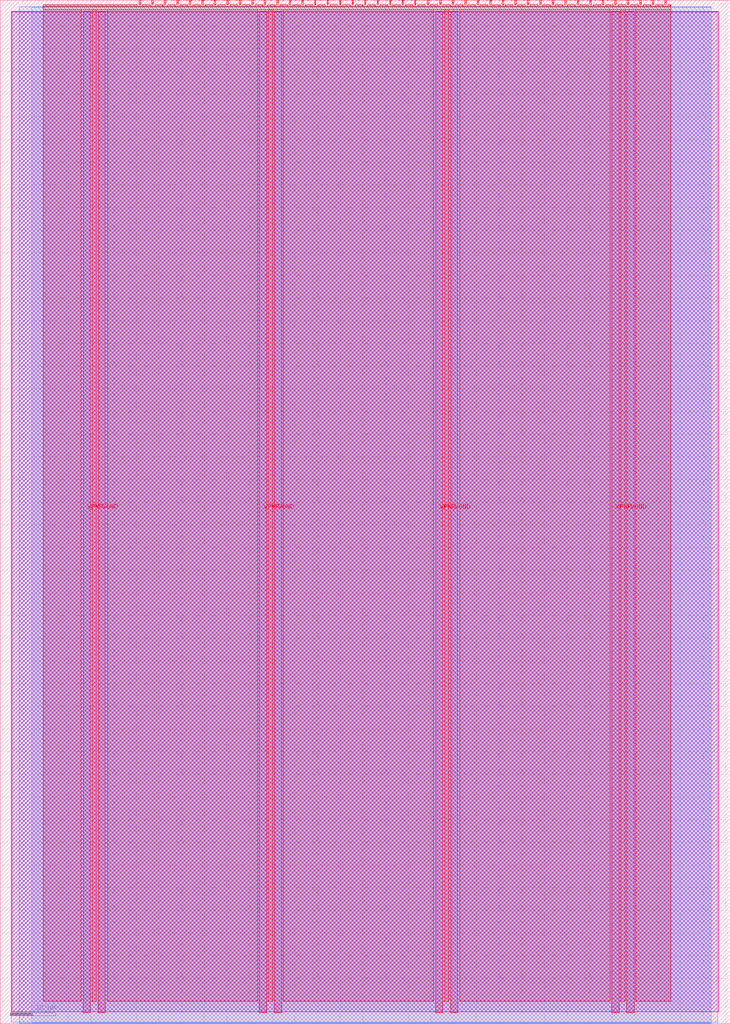
<source format=lef>
VERSION 5.7 ;
  NOWIREEXTENSIONATPIN ON ;
  DIVIDERCHAR "/" ;
  BUSBITCHARS "[]" ;
MACRO tt_um_underserved
  CLASS BLOCK ;
  FOREIGN tt_um_underserved ;
  ORIGIN 0.000 0.000 ;
  SIZE 161.000 BY 225.760 ;
  PIN VGND
    DIRECTION INOUT ;
    USE GROUND ;
    PORT
      LAYER met4 ;
        RECT 21.580 2.480 23.180 223.280 ;
    END
    PORT
      LAYER met4 ;
        RECT 60.450 2.480 62.050 223.280 ;
    END
    PORT
      LAYER met4 ;
        RECT 99.320 2.480 100.920 223.280 ;
    END
    PORT
      LAYER met4 ;
        RECT 138.190 2.480 139.790 223.280 ;
    END
  END VGND
  PIN VPWR
    DIRECTION INOUT ;
    USE POWER ;
    PORT
      LAYER met4 ;
        RECT 18.280 2.480 19.880 223.280 ;
    END
    PORT
      LAYER met4 ;
        RECT 57.150 2.480 58.750 223.280 ;
    END
    PORT
      LAYER met4 ;
        RECT 96.020 2.480 97.620 223.280 ;
    END
    PORT
      LAYER met4 ;
        RECT 134.890 2.480 136.490 223.280 ;
    END
  END VPWR
  PIN clk
    DIRECTION INPUT ;
    USE SIGNAL ;
    ANTENNAGATEAREA 0.852000 ;
    PORT
      LAYER met4 ;
        RECT 143.830 224.760 144.130 225.760 ;
    END
  END clk
  PIN ena
    DIRECTION INPUT ;
    USE SIGNAL ;
    PORT
      LAYER met4 ;
        RECT 146.590 224.760 146.890 225.760 ;
    END
  END ena
  PIN rst_n
    DIRECTION INPUT ;
    USE SIGNAL ;
    ANTENNAGATEAREA 0.196500 ;
    PORT
      LAYER met4 ;
        RECT 141.070 224.760 141.370 225.760 ;
    END
  END rst_n
  PIN ui_in[0]
    DIRECTION INPUT ;
    USE SIGNAL ;
    PORT
      LAYER met4 ;
        RECT 138.310 224.760 138.610 225.760 ;
    END
  END ui_in[0]
  PIN ui_in[1]
    DIRECTION INPUT ;
    USE SIGNAL ;
    PORT
      LAYER met4 ;
        RECT 135.550 224.760 135.850 225.760 ;
    END
  END ui_in[1]
  PIN ui_in[2]
    DIRECTION INPUT ;
    USE SIGNAL ;
    PORT
      LAYER met4 ;
        RECT 132.790 224.760 133.090 225.760 ;
    END
  END ui_in[2]
  PIN ui_in[3]
    DIRECTION INPUT ;
    USE SIGNAL ;
    PORT
      LAYER met4 ;
        RECT 130.030 224.760 130.330 225.760 ;
    END
  END ui_in[3]
  PIN ui_in[4]
    DIRECTION INPUT ;
    USE SIGNAL ;
    PORT
      LAYER met4 ;
        RECT 127.270 224.760 127.570 225.760 ;
    END
  END ui_in[4]
  PIN ui_in[5]
    DIRECTION INPUT ;
    USE SIGNAL ;
    PORT
      LAYER met4 ;
        RECT 124.510 224.760 124.810 225.760 ;
    END
  END ui_in[5]
  PIN ui_in[6]
    DIRECTION INPUT ;
    USE SIGNAL ;
    PORT
      LAYER met4 ;
        RECT 121.750 224.760 122.050 225.760 ;
    END
  END ui_in[6]
  PIN ui_in[7]
    DIRECTION INPUT ;
    USE SIGNAL ;
    ANTENNAGATEAREA 0.196500 ;
    PORT
      LAYER met4 ;
        RECT 118.990 224.760 119.290 225.760 ;
    END
  END ui_in[7]
  PIN uio_in[0]
    DIRECTION INPUT ;
    USE SIGNAL ;
    PORT
      LAYER met4 ;
        RECT 116.230 224.760 116.530 225.760 ;
    END
  END uio_in[0]
  PIN uio_in[1]
    DIRECTION INPUT ;
    USE SIGNAL ;
    PORT
      LAYER met4 ;
        RECT 113.470 224.760 113.770 225.760 ;
    END
  END uio_in[1]
  PIN uio_in[2]
    DIRECTION INPUT ;
    USE SIGNAL ;
    PORT
      LAYER met4 ;
        RECT 110.710 224.760 111.010 225.760 ;
    END
  END uio_in[2]
  PIN uio_in[3]
    DIRECTION INPUT ;
    USE SIGNAL ;
    PORT
      LAYER met4 ;
        RECT 107.950 224.760 108.250 225.760 ;
    END
  END uio_in[3]
  PIN uio_in[4]
    DIRECTION INPUT ;
    USE SIGNAL ;
    PORT
      LAYER met4 ;
        RECT 105.190 224.760 105.490 225.760 ;
    END
  END uio_in[4]
  PIN uio_in[5]
    DIRECTION INPUT ;
    USE SIGNAL ;
    PORT
      LAYER met4 ;
        RECT 102.430 224.760 102.730 225.760 ;
    END
  END uio_in[5]
  PIN uio_in[6]
    DIRECTION INPUT ;
    USE SIGNAL ;
    PORT
      LAYER met4 ;
        RECT 99.670 224.760 99.970 225.760 ;
    END
  END uio_in[6]
  PIN uio_in[7]
    DIRECTION INPUT ;
    USE SIGNAL ;
    PORT
      LAYER met4 ;
        RECT 96.910 224.760 97.210 225.760 ;
    END
  END uio_in[7]
  PIN uio_oe[0]
    DIRECTION OUTPUT ;
    USE SIGNAL ;
    PORT
      LAYER met4 ;
        RECT 49.990 224.760 50.290 225.760 ;
    END
  END uio_oe[0]
  PIN uio_oe[1]
    DIRECTION OUTPUT ;
    USE SIGNAL ;
    PORT
      LAYER met4 ;
        RECT 47.230 224.760 47.530 225.760 ;
    END
  END uio_oe[1]
  PIN uio_oe[2]
    DIRECTION OUTPUT ;
    USE SIGNAL ;
    PORT
      LAYER met4 ;
        RECT 44.470 224.760 44.770 225.760 ;
    END
  END uio_oe[2]
  PIN uio_oe[3]
    DIRECTION OUTPUT ;
    USE SIGNAL ;
    PORT
      LAYER met4 ;
        RECT 41.710 224.760 42.010 225.760 ;
    END
  END uio_oe[3]
  PIN uio_oe[4]
    DIRECTION OUTPUT ;
    USE SIGNAL ;
    PORT
      LAYER met4 ;
        RECT 38.950 224.760 39.250 225.760 ;
    END
  END uio_oe[4]
  PIN uio_oe[5]
    DIRECTION OUTPUT ;
    USE SIGNAL ;
    PORT
      LAYER met4 ;
        RECT 36.190 224.760 36.490 225.760 ;
    END
  END uio_oe[5]
  PIN uio_oe[6]
    DIRECTION OUTPUT ;
    USE SIGNAL ;
    PORT
      LAYER met4 ;
        RECT 33.430 224.760 33.730 225.760 ;
    END
  END uio_oe[6]
  PIN uio_oe[7]
    DIRECTION OUTPUT ;
    USE SIGNAL ;
    PORT
      LAYER met4 ;
        RECT 30.670 224.760 30.970 225.760 ;
    END
  END uio_oe[7]
  PIN uio_out[0]
    DIRECTION OUTPUT ;
    USE SIGNAL ;
    PORT
      LAYER met4 ;
        RECT 72.070 224.760 72.370 225.760 ;
    END
  END uio_out[0]
  PIN uio_out[1]
    DIRECTION OUTPUT ;
    USE SIGNAL ;
    PORT
      LAYER met4 ;
        RECT 69.310 224.760 69.610 225.760 ;
    END
  END uio_out[1]
  PIN uio_out[2]
    DIRECTION OUTPUT ;
    USE SIGNAL ;
    PORT
      LAYER met4 ;
        RECT 66.550 224.760 66.850 225.760 ;
    END
  END uio_out[2]
  PIN uio_out[3]
    DIRECTION OUTPUT ;
    USE SIGNAL ;
    PORT
      LAYER met4 ;
        RECT 63.790 224.760 64.090 225.760 ;
    END
  END uio_out[3]
  PIN uio_out[4]
    DIRECTION OUTPUT ;
    USE SIGNAL ;
    PORT
      LAYER met4 ;
        RECT 61.030 224.760 61.330 225.760 ;
    END
  END uio_out[4]
  PIN uio_out[5]
    DIRECTION OUTPUT ;
    USE SIGNAL ;
    PORT
      LAYER met4 ;
        RECT 58.270 224.760 58.570 225.760 ;
    END
  END uio_out[5]
  PIN uio_out[6]
    DIRECTION OUTPUT ;
    USE SIGNAL ;
    PORT
      LAYER met4 ;
        RECT 55.510 224.760 55.810 225.760 ;
    END
  END uio_out[6]
  PIN uio_out[7]
    DIRECTION OUTPUT ;
    USE SIGNAL ;
    PORT
      LAYER met4 ;
        RECT 52.750 224.760 53.050 225.760 ;
    END
  END uio_out[7]
  PIN uo_out[0]
    DIRECTION OUTPUT ;
    USE SIGNAL ;
    ANTENNAGATEAREA 0.126000 ;
    ANTENNADIFFAREA 0.445500 ;
    PORT
      LAYER met4 ;
        RECT 94.150 224.760 94.450 225.760 ;
    END
  END uo_out[0]
  PIN uo_out[1]
    DIRECTION OUTPUT ;
    USE SIGNAL ;
    ANTENNAGATEAREA 0.126000 ;
    ANTENNADIFFAREA 0.445500 ;
    PORT
      LAYER met4 ;
        RECT 91.390 224.760 91.690 225.760 ;
    END
  END uo_out[1]
  PIN uo_out[2]
    DIRECTION OUTPUT ;
    USE SIGNAL ;
    ANTENNAGATEAREA 0.126000 ;
    ANTENNADIFFAREA 0.445500 ;
    PORT
      LAYER met4 ;
        RECT 88.630 224.760 88.930 225.760 ;
    END
  END uo_out[2]
  PIN uo_out[3]
    DIRECTION OUTPUT ;
    USE SIGNAL ;
    ANTENNAGATEAREA 0.126000 ;
    ANTENNADIFFAREA 0.445500 ;
    PORT
      LAYER met4 ;
        RECT 85.870 224.760 86.170 225.760 ;
    END
  END uo_out[3]
  PIN uo_out[4]
    DIRECTION OUTPUT ;
    USE SIGNAL ;
    ANTENNAGATEAREA 0.126000 ;
    ANTENNADIFFAREA 0.445500 ;
    PORT
      LAYER met4 ;
        RECT 83.110 224.760 83.410 225.760 ;
    END
  END uo_out[4]
  PIN uo_out[5]
    DIRECTION OUTPUT ;
    USE SIGNAL ;
    ANTENNADIFFAREA 0.445500 ;
    PORT
      LAYER met4 ;
        RECT 80.350 224.760 80.650 225.760 ;
    END
  END uo_out[5]
  PIN uo_out[6]
    DIRECTION OUTPUT ;
    USE SIGNAL ;
    ANTENNADIFFAREA 0.445500 ;
    PORT
      LAYER met4 ;
        RECT 77.590 224.760 77.890 225.760 ;
    END
  END uo_out[6]
  PIN uo_out[7]
    DIRECTION OUTPUT ;
    USE SIGNAL ;
    ANTENNADIFFAREA 0.445500 ;
    PORT
      LAYER met4 ;
        RECT 74.830 224.760 75.130 225.760 ;
    END
  END uo_out[7]
  OBS
      LAYER nwell ;
        RECT 2.570 2.635 158.430 223.230 ;
      LAYER li1 ;
        RECT 2.760 2.635 158.240 223.125 ;
      LAYER met1 ;
        RECT 2.460 0.380 158.240 223.280 ;
      LAYER met2 ;
        RECT 4.240 0.155 156.770 224.245 ;
      LAYER met3 ;
        RECT 6.965 0.175 156.795 224.225 ;
      LAYER met4 ;
        RECT 9.495 224.360 30.270 224.760 ;
        RECT 31.370 224.360 33.030 224.760 ;
        RECT 34.130 224.360 35.790 224.760 ;
        RECT 36.890 224.360 38.550 224.760 ;
        RECT 39.650 224.360 41.310 224.760 ;
        RECT 42.410 224.360 44.070 224.760 ;
        RECT 45.170 224.360 46.830 224.760 ;
        RECT 47.930 224.360 49.590 224.760 ;
        RECT 50.690 224.360 52.350 224.760 ;
        RECT 53.450 224.360 55.110 224.760 ;
        RECT 56.210 224.360 57.870 224.760 ;
        RECT 58.970 224.360 60.630 224.760 ;
        RECT 61.730 224.360 63.390 224.760 ;
        RECT 64.490 224.360 66.150 224.760 ;
        RECT 67.250 224.360 68.910 224.760 ;
        RECT 70.010 224.360 71.670 224.760 ;
        RECT 72.770 224.360 74.430 224.760 ;
        RECT 75.530 224.360 77.190 224.760 ;
        RECT 78.290 224.360 79.950 224.760 ;
        RECT 81.050 224.360 82.710 224.760 ;
        RECT 83.810 224.360 85.470 224.760 ;
        RECT 86.570 224.360 88.230 224.760 ;
        RECT 89.330 224.360 90.990 224.760 ;
        RECT 92.090 224.360 93.750 224.760 ;
        RECT 94.850 224.360 96.510 224.760 ;
        RECT 97.610 224.360 99.270 224.760 ;
        RECT 100.370 224.360 102.030 224.760 ;
        RECT 103.130 224.360 104.790 224.760 ;
        RECT 105.890 224.360 107.550 224.760 ;
        RECT 108.650 224.360 110.310 224.760 ;
        RECT 111.410 224.360 113.070 224.760 ;
        RECT 114.170 224.360 115.830 224.760 ;
        RECT 116.930 224.360 118.590 224.760 ;
        RECT 119.690 224.360 121.350 224.760 ;
        RECT 122.450 224.360 124.110 224.760 ;
        RECT 125.210 224.360 126.870 224.760 ;
        RECT 127.970 224.360 129.630 224.760 ;
        RECT 130.730 224.360 132.390 224.760 ;
        RECT 133.490 224.360 135.150 224.760 ;
        RECT 136.250 224.360 137.910 224.760 ;
        RECT 139.010 224.360 140.670 224.760 ;
        RECT 141.770 224.360 143.430 224.760 ;
        RECT 144.530 224.360 146.190 224.760 ;
        RECT 147.290 224.360 147.825 224.760 ;
        RECT 9.495 223.680 147.825 224.360 ;
        RECT 9.495 4.935 17.880 223.680 ;
        RECT 20.280 4.935 21.180 223.680 ;
        RECT 23.580 4.935 56.750 223.680 ;
        RECT 59.150 4.935 60.050 223.680 ;
        RECT 62.450 4.935 95.620 223.680 ;
        RECT 98.020 4.935 98.920 223.680 ;
        RECT 101.320 4.935 134.490 223.680 ;
        RECT 136.890 4.935 137.790 223.680 ;
        RECT 140.190 4.935 147.825 223.680 ;
  END
END tt_um_underserved
END LIBRARY


</source>
